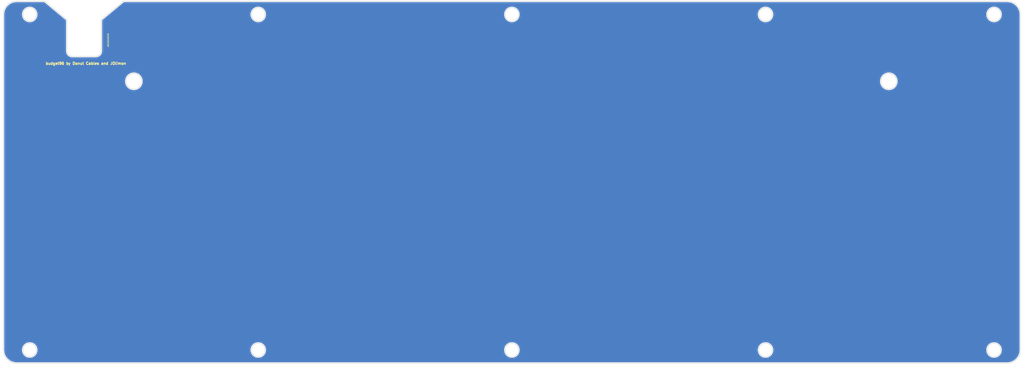
<source format=kicad_pcb>
(kicad_pcb (version 20171130) (host pcbnew "(5.0.0)")
  (layers (0 F.Cu signal) (31 B.Cu signal) (34 B.Paste user) (35 F.Paste user) (36 B.SilkS user) (37 F.SilkS user) (38 B.Mask user) (39 F.Mask user) (44 Edge.Cuts user))
  (net 0 "")
  (net 1 GND)
  (module donutbrary:budget96_bottom_plate (layer F.Cu) (at -25.4 165.1)
    (fp_text reference R1 hide)
    (fp_text value R)
    (fp_line (start 288.4864 -10.8956) (end 288.9744 -11.0471) (layer Edge.Cuts) (width 0.2))
    (fp_line (start 291.6544 -7.0462) (end 291.3369 -6.6614) (layer Edge.Cuts) (width 0.2))
    (fp_line (start 378.3941 -9.5119) (end 378.5456 -9.0239) (layer Edge.Cuts) (width 0.2))
    (fp_line (start 292.0984 -8.4999) (end 292.0456 -7.9759) (layer Edge.Cuts) (width 0.2))
    (fp_line (start 378.5456 -9.0239) (end 378.5984 -8.4999) (layer Edge.Cuts) (width 0.2))
    (fp_line (start 378.1544 -9.9536) (end 378.3941 -9.5119) (layer Edge.Cuts) (width 0.2))
    (fp_line (start 377.4521 -10.6559) (end 377.8369 -10.3384) (layer Edge.Cuts) (width 0.2))
    (fp_line (start 286.9512 -9.0239) (end 287.1027 -9.5119) (layer Edge.Cuts) (width 0.2))
    (fp_line (start 290.0224 -5.9527) (end 289.4984 -5.8999) (layer Edge.Cuts) (width 0.2))
    (fp_line (start 375.9984 -11.0999) (end 376.5224 -11.0471) (layer Edge.Cuts) (width 0.2))
    (fp_line (start 289.4984 -11.0999) (end 289.4984 -11.0999) (layer Edge.Cuts) (width 0.2))
    (fp_line (start 287.6599 -10.3384) (end 288.0447 -10.6559) (layer Edge.Cuts) (width 0.2))
    (fp_line (start 287.1027 -9.5119) (end 287.3424 -9.9536) (layer Edge.Cuts) (width 0.2))
    (fp_line (start 290.5104 -10.8956) (end 290.9521 -10.6559) (layer Edge.Cuts) (width 0.2))
    (fp_line (start 287.3424 -9.9536) (end 287.6599 -10.3384) (layer Edge.Cuts) (width 0.2))
    (fp_line (start 287.6599 -6.6614) (end 287.3424 -7.0462) (layer Edge.Cuts) (width 0.2))
    (fp_line (start 292.0456 -9.0239) (end 292.0984 -8.4999) (layer Edge.Cuts) (width 0.2))
    (fp_line (start 291.8941 -9.5119) (end 292.0456 -9.0239) (layer Edge.Cuts) (width 0.2))
    (fp_line (start 378.1544 -7.0462) (end 377.8369 -6.6614) (layer Edge.Cuts) (width 0.2))
    (fp_line (start 377.0104 -6.1042) (end 376.5224 -5.9527) (layer Edge.Cuts) (width 0.2))
    (fp_line (start 288.0447 -6.3439) (end 287.6599 -6.6614) (layer Edge.Cuts) (width 0.2))
    (fp_line (start 377.4521 -6.3439) (end 377.0104 -6.1042) (layer Edge.Cuts) (width 0.2))
    (fp_line (start 378.5984 -8.4999) (end 378.5456 -7.9759) (layer Edge.Cuts) (width 0.2))
    (fp_line (start 288.0447 -10.6559) (end 288.4864 -10.8956) (layer Edge.Cuts) (width 0.2))
    (fp_line (start 287.3424 -7.0462) (end 287.1027 -7.4879) (layer Edge.Cuts) (width 0.2))
    (fp_line (start 290.9521 -6.3439) (end 290.5104 -6.1042) (layer Edge.Cuts) (width 0.2))
    (fp_line (start 290.5104 -6.1042) (end 290.0224 -5.9527) (layer Edge.Cuts) (width 0.2))
    (fp_line (start 377.8369 -10.3384) (end 378.1544 -9.9536) (layer Edge.Cuts) (width 0.2))
    (fp_line (start 292.0456 -7.9759) (end 291.8941 -7.4879) (layer Edge.Cuts) (width 0.2))
    (fp_line (start 288.9744 -11.0471) (end 289.4984 -11.0999) (layer Edge.Cuts) (width 0.2))
    (fp_line (start 286.8984 -8.4999) (end 286.9512 -9.0239) (layer Edge.Cuts) (width 0.2))
    (fp_line (start 288.4864 -6.1042) (end 288.0447 -6.3439) (layer Edge.Cuts) (width 0.2))
    (fp_line (start 377.8369 -6.6614) (end 377.4521 -6.3439) (layer Edge.Cuts) (width 0.2))
    (fp_line (start 378.3941 -7.4879) (end 378.1544 -7.0462) (layer Edge.Cuts) (width 0.2))
    (fp_line (start 287.1027 -7.4879) (end 286.9512 -7.9759) (layer Edge.Cuts) (width 0.2))
    (fp_line (start 378.5456 -7.9759) (end 378.3941 -7.4879) (layer Edge.Cuts) (width 0.2))
    (fp_line (start 289.4984 -5.8999) (end 288.9744 -5.9527) (layer Edge.Cuts) (width 0.2))
    (fp_line (start 377.0104 -10.8956) (end 377.4521 -10.6559) (layer Edge.Cuts) (width 0.2))
    (fp_line (start 376.5224 -11.0471) (end 377.0104 -10.8956) (layer Edge.Cuts) (width 0.2))
    (fp_line (start 290.9521 -10.6559) (end 291.3369 -10.3384) (layer Edge.Cuts) (width 0.2))
    (fp_line (start 286.9512 -7.9759) (end 286.8984 -8.4999) (layer Edge.Cuts) (width 0.2))
    (fp_line (start 291.8941 -7.4879) (end 291.6544 -7.0462) (layer Edge.Cuts) (width 0.2))
    (fp_line (start 288.9744 -5.9527) (end 288.4864 -6.1042) (layer Edge.Cuts) (width 0.2))
    (fp_line (start 291.6544 -9.9536) (end 291.8941 -9.5119) (layer Edge.Cuts) (width 0.2))
    (fp_line (start 291.3369 -10.3384) (end 291.6544 -9.9536) (layer Edge.Cuts) (width 0.2))
    (fp_line (start 291.3369 -6.6614) (end 290.9521 -6.3439) (layer Edge.Cuts) (width 0.2))
    (fp_line (start 339.103656 -109.621029) (end 339.1613 -110.2063) (layer Edge.Cuts) (width 0.2))
    (fp_line (start 336.746571 -107.263944) (end 337.30935 -107.434661) (layer Edge.Cuts) (width 0.2))
    (fp_line (start 336.746571 -113.148656) (end 336.1613 -113.2063) (layer Edge.Cuts) (width 0.2))
    (fp_line (start 338.655709 -108.539589) (end 338.932939 -109.05825) (layer Edge.Cuts) (width 0.2))
    (fp_line (start 338.28262 -108.08498) (end 338.655709 -108.539589) (layer Edge.Cuts) (width 0.2))
    (fp_line (start 339.103656 -110.791571) (end 338.932939 -111.35435) (layer Edge.Cuts) (width 0.2))
    (fp_line (start 337.30935 -112.977939) (end 336.746571 -113.148656) (layer Edge.Cuts) (width 0.2))
    (fp_line (start 338.655709 -111.873011) (end 338.28262 -112.32762) (layer Edge.Cuts) (width 0.2))
    (fp_line (start 339.1613 -110.2063) (end 339.103656 -110.791571) (layer Edge.Cuts) (width 0.2))
    (fp_line (start 337.828011 -112.700709) (end 337.30935 -112.977939) (layer Edge.Cuts) (width 0.2))
    (fp_line (start 337.828011 -107.711891) (end 338.28262 -108.08498) (layer Edge.Cuts) (width 0.2))
    (fp_line (start 337.30935 -107.434661) (end 337.828011 -107.711891) (layer Edge.Cuts) (width 0.2))
    (fp_line (start 335.576029 -107.263944) (end 336.1613 -107.2063) (layer Edge.Cuts) (width 0.2))
    (fp_line (start 338.932939 -109.05825) (end 339.103656 -109.621029) (layer Edge.Cuts) (width 0.2))
    (fp_line (start 336.1613 -107.2063) (end 336.746571 -107.263944) (layer Edge.Cuts) (width 0.2))
    (fp_line (start 335.01325 -107.434661) (end 335.576029 -107.263944) (layer Edge.Cuts) (width 0.2))
    (fp_line (start 338.28262 -112.32762) (end 337.828011 -112.700709) (layer Edge.Cuts) (width 0.2))
    (fp_line (start 338.932939 -111.35435) (end 338.655709 -111.873011) (layer Edge.Cuts) (width 0.2))
    (fp_line (start 334.494589 -107.711891) (end 335.01325 -107.434661) (layer Edge.Cuts) (width 0.2))
    (fp_line (start 334.03998 -108.08498) (end 334.494589 -107.711891) (layer Edge.Cuts) (width 0.2))
    (fp_line (start 333.389661 -109.05825) (end 333.666891 -108.539589) (layer Edge.Cuts) (width 0.2))
    (fp_line (start 333.389661 -111.35435) (end 333.218944 -110.791571) (layer Edge.Cuts) (width 0.2))
    (fp_line (start 334.03998 -112.32762) (end 333.666891 -111.873011) (layer Edge.Cuts) (width 0.2))
    (fp_line (start 335.01325 -112.977939) (end 334.494589 -112.700709) (layer Edge.Cuts) (width 0.2))
    (fp_line (start 336.1613 -113.2063) (end 335.576029 -113.148656) (layer Edge.Cuts) (width 0.2))
    (fp_line (start 50.996571 -113.148656) (end 50.4113 -113.2063) (layer Edge.Cuts) (width 0.2))
    (fp_line (start 52.078011 -112.700709) (end 51.55935 -112.977939) (layer Edge.Cuts) (width 0.2))
    (fp_line (start 53.182939 -111.35435) (end 52.905709 -111.873011) (layer Edge.Cuts) (width 0.2))
    (fp_line (start 53.353656 -110.791571) (end 53.182939 -111.35435) (layer Edge.Cuts) (width 0.2))
    (fp_line (start 53.4113 -110.2063) (end 53.353656 -110.791571) (layer Edge.Cuts) (width 0.2))
    (fp_line (start 53.182939 -109.05825) (end 53.353656 -109.621029) (layer Edge.Cuts) (width 0.2))
    (fp_line (start 49.826029 -107.263944) (end 50.4113 -107.2063) (layer Edge.Cuts) (width 0.2))
    (fp_line (start 52.53262 -108.08498) (end 52.905709 -108.539589) (layer Edge.Cuts) (width 0.2))
    (fp_line (start 52.078011 -107.711891) (end 52.53262 -108.08498) (layer Edge.Cuts) (width 0.2))
    (fp_line (start 49.26325 -112.977939) (end 48.744589 -112.700709) (layer Edge.Cuts) (width 0.2))
    (fp_line (start 51.55935 -107.434661) (end 52.078011 -107.711891) (layer Edge.Cuts) (width 0.2))
    (fp_line (start 47.639661 -109.05825) (end 47.916891 -108.539589) (layer Edge.Cuts) (width 0.2))
    (fp_line (start 375.4744 -11.0471) (end 375.9984 -11.0999) (layer Edge.Cuts) (width 0.2))
    (fp_line (start 374.5447 -10.6559) (end 374.9864 -10.8956) (layer Edge.Cuts) (width 0.2))
    (fp_line (start 50.4113 -113.2063) (end 49.826029 -113.148656) (layer Edge.Cuts) (width 0.2))
    (fp_line (start 373.4512 -9.0239) (end 373.6027 -9.5119) (layer Edge.Cuts) (width 0.2))
    (fp_line (start 373.6027 -7.4879) (end 373.4512 -7.9759) (layer Edge.Cuts) (width 0.2))
    (fp_line (start 376.5224 -5.9527) (end 375.9984 -5.8999) (layer Edge.Cuts) (width 0.2))
    (fp_line (start 373.3984 -8.4999) (end 373.4512 -9.0239) (layer Edge.Cuts) (width 0.2))
    (fp_line (start 374.9864 -6.1042) (end 374.5447 -6.3439) (layer Edge.Cuts) (width 0.2))
    (fp_line (start 49.26325 -107.434661) (end 49.826029 -107.263944) (layer Edge.Cuts) (width 0.2))
    (fp_line (start 48.744589 -107.711891) (end 49.26325 -107.434661) (layer Edge.Cuts) (width 0.2))
    (fp_line (start 48.28998 -112.32762) (end 47.916891 -111.873011) (layer Edge.Cuts) (width 0.2))
    (fp_line (start 373.4512 -7.9759) (end 373.3984 -8.4999) (layer Edge.Cuts) (width 0.2))
    (fp_line (start 48.28998 -108.08498) (end 48.744589 -107.711891) (layer Edge.Cuts) (width 0.2))
    (fp_line (start 47.916891 -108.539589) (end 48.28998 -108.08498) (layer Edge.Cuts) (width 0.2))
    (fp_line (start 47.468944 -109.621029) (end 47.639661 -109.05825) (layer Edge.Cuts) (width 0.2))
    (fp_line (start 374.1599 -10.3384) (end 374.5447 -10.6559) (layer Edge.Cuts) (width 0.2))
    (fp_line (start 375.9984 -11.0999) (end 375.9984 -11.0999) (layer Edge.Cuts) (width 0.2))
    (fp_line (start 375.9984 -5.8999) (end 375.4744 -5.9527) (layer Edge.Cuts) (width 0.2))
    (fp_line (start 374.5447 -6.3439) (end 374.1599 -6.6614) (layer Edge.Cuts) (width 0.2))
    (fp_line (start 47.639661 -111.35435) (end 47.468944 -110.791571) (layer Edge.Cuts) (width 0.2))
    (fp_line (start 48.744589 -112.700709) (end 48.28998 -112.32762) (layer Edge.Cuts) (width 0.2))
    (fp_line (start 374.1599 -6.6614) (end 373.8424 -7.0462) (layer Edge.Cuts) (width 0.2))
    (fp_line (start 373.8424 -9.9536) (end 374.1599 -10.3384) (layer Edge.Cuts) (width 0.2))
    (fp_line (start 333.218944 -109.621029) (end 333.389661 -109.05825) (layer Edge.Cuts) (width 0.2))
    (fp_line (start 335.576029 -113.148656) (end 335.01325 -112.977939) (layer Edge.Cuts) (width 0.2))
    (fp_line (start 374.9864 -10.8956) (end 375.4744 -11.0471) (layer Edge.Cuts) (width 0.2))
    (fp_line (start 52.905709 -111.873011) (end 52.53262 -112.32762) (layer Edge.Cuts) (width 0.2))
    (fp_line (start 50.4113 -107.2063) (end 50.996571 -107.263944) (layer Edge.Cuts) (width 0.2))
    (fp_line (start 333.1613 -110.2063) (end 333.218944 -109.621029) (layer Edge.Cuts) (width 0.2))
    (fp_line (start 53.353656 -109.621029) (end 53.4113 -110.2063) (layer Edge.Cuts) (width 0.2))
    (fp_line (start 333.666891 -108.539589) (end 334.03998 -108.08498) (layer Edge.Cuts) (width 0.2))
    (fp_line (start 333.218944 -110.791571) (end 333.1613 -110.2063) (layer Edge.Cuts) (width 0.2))
    (fp_line (start 333.666891 -111.873011) (end 333.389661 -111.35435) (layer Edge.Cuts) (width 0.2))
    (fp_line (start 334.494589 -112.700709) (end 334.03998 -112.32762) (layer Edge.Cuts) (width 0.2))
    (fp_line (start 373.6027 -9.5119) (end 373.8424 -9.9536) (layer Edge.Cuts) (width 0.2))
    (fp_line (start 49.826029 -113.148656) (end 49.26325 -112.977939) (layer Edge.Cuts) (width 0.2))
    (fp_line (start 51.55935 -112.977939) (end 50.996571 -113.148656) (layer Edge.Cuts) (width 0.2))
    (fp_line (start 52.53262 -112.32762) (end 52.078011 -112.700709) (layer Edge.Cuts) (width 0.2))
    (fp_line (start 47.4113 -110.2063) (end 47.468944 -109.621029) (layer Edge.Cuts) (width 0.2))
    (fp_line (start 50.996571 -107.263944) (end 51.55935 -107.434661) (layer Edge.Cuts) (width 0.2))
    (fp_line (start 373.8424 -7.0462) (end 373.6027 -7.4879) (layer Edge.Cuts) (width 0.2))
    (fp_line (start 52.905709 -108.539589) (end 53.182939 -109.05825) (layer Edge.Cuts) (width 0.2))
    (fp_line (start 47.916891 -111.873011) (end 47.639661 -111.35435) (layer Edge.Cuts) (width 0.2))
    (fp_line (start 47.468944 -110.791571) (end 47.4113 -110.2063) (layer Edge.Cuts) (width 0.2))
    (fp_line (start 375.4744 -5.9527) (end 374.9864 -6.1042) (layer Edge.Cuts) (width 0.2))
    (fp_line (start 25.0729 -121.6255) (end 25.1137 -121.2233) (layer Edge.Cuts) (width 0.2))
    (fp_line (start 25.0729 -133.4914) (end 25.0729 -121.6255) (layer Edge.Cuts) (width 0.2))
    (fp_line (start 16.6458 -140.5) (end 25.0729 -133.4914) (layer Edge.Cuts) (width 0.2))
    (fp_line (start 192.0447 -10.6559) (end 192.4864 -10.8956) (layer Edge.Cuts) (width 0.2))
    (fp_line (start 195.3369 -6.6614) (end 194.9521 -6.3439) (layer Edge.Cuts) (width 0.2))
    (fp_line (start 195.6544 -7.0462) (end 195.3369 -6.6614) (layer Edge.Cuts) (width 0.2))
    (fp_line (start 191.3424 -9.9536) (end 191.6599 -10.3384) (layer Edge.Cuts) (width 0.2))
    (fp_line (start 190.9512 -9.0239) (end 191.1027 -9.5119) (layer Edge.Cuts) (width 0.2))
    (fp_line (start 190.8984 -8.4999) (end 190.9512 -9.0239) (layer Edge.Cuts) (width 0.2))
    (fp_line (start 190.9512 -7.9759) (end 190.8984 -8.4999) (layer Edge.Cuts) (width 0.2))
    (fp_line (start 191.1027 -7.4879) (end 190.9512 -7.9759) (layer Edge.Cuts) (width 0.2))
    (fp_line (start 193.4984 -5.8999) (end 192.9744 -5.9527) (layer Edge.Cuts) (width 0.2))
    (fp_line (start 194.0224 -11.0471) (end 194.5104 -10.8956) (layer Edge.Cuts) (width 0.2))
    (fp_line (start 94.9513 -9.0239) (end 95.1028 -9.5119) (layer Edge.Cuts) (width 0.2))
    (fp_line (start 192.9744 -5.9527) (end 192.4864 -6.1042) (layer Edge.Cuts) (width 0.2))
    (fp_line (start 195.8941 -7.4879) (end 195.6544 -7.0462) (layer Edge.Cuts) (width 0.2))
    (fp_line (start 195.6544 -9.9536) (end 195.8941 -9.5119) (layer Edge.Cuts) (width 0.2))
    (fp_line (start 195.3369 -10.3384) (end 195.6544 -9.9536) (layer Edge.Cuts) (width 0.2))
    (fp_line (start 192.0447 -6.3439) (end 191.6599 -6.6614) (layer Edge.Cuts) (width 0.2))
    (fp_line (start 191.3424 -7.0462) (end 191.1027 -7.4879) (layer Edge.Cuts) (width 0.2))
    (fp_line (start 191.6599 -6.6614) (end 191.3424 -7.0462) (layer Edge.Cuts) (width 0.2))
    (fp_line (start 194.9521 -6.3439) (end 194.5104 -6.1042) (layer Edge.Cuts) (width 0.2))
    (fp_line (start 96.4865 -10.8956) (end 96.9745 -11.0471) (layer Edge.Cuts) (width 0.2))
    (fp_line (start 194.0224 -5.9527) (end 193.4984 -5.8999) (layer Edge.Cuts) (width 0.2))
    (fp_line (start 196.0456 -7.9759) (end 195.8941 -7.4879) (layer Edge.Cuts) (width 0.2))
    (fp_line (start 194.5104 -10.8956) (end 194.9521 -10.6559) (layer Edge.Cuts) (width 0.2))
    (fp_line (start 96.0448 -10.6559) (end 96.4865 -10.8956) (layer Edge.Cuts) (width 0.2))
    (fp_line (start 194.9521 -10.6559) (end 195.3369 -10.3384) (layer Edge.Cuts) (width 0.2))
    (fp_line (start 193.4984 -11.0999) (end 194.0224 -11.0471) (layer Edge.Cuts) (width 0.2))
    (fp_line (start 96.9745 -11.0471) (end 97.4985 -11.0999) (layer Edge.Cuts) (width 0.2))
    (fp_line (start 94.9513 -7.9759) (end 94.8985 -8.4999) (layer Edge.Cuts) (width 0.2))
    (fp_line (start 94.8985 -8.4999) (end 94.9513 -9.0239) (layer Edge.Cuts) (width 0.2))
    (fp_line (start 196.0456 -9.0239) (end 196.0984 -8.4999) (layer Edge.Cuts) (width 0.2))
    (fp_line (start 193.4984 -11.0999) (end 193.4984 -11.0999) (layer Edge.Cuts) (width 0.2))
    (fp_line (start 290.0224 -11.0471) (end 290.5104 -10.8956) (layer Edge.Cuts) (width 0.2))
    (fp_line (start 192.4864 -6.1042) (end 192.0447 -6.3439) (layer Edge.Cuts) (width 0.2))
    (fp_line (start 289.4984 -11.0999) (end 290.0224 -11.0471) (layer Edge.Cuts) (width 0.2))
    (fp_line (start 95.66 -10.3384) (end 96.0448 -10.6559) (layer Edge.Cuts) (width 0.2))
    (fp_line (start 194.5104 -6.1042) (end 194.0224 -5.9527) (layer Edge.Cuts) (width 0.2))
    (fp_line (start 192.9744 -11.0471) (end 193.4984 -11.0999) (layer Edge.Cuts) (width 0.2))
    (fp_line (start 97.4985 -11.0999) (end 97.4985 -11.0999) (layer Edge.Cuts) (width 0.2))
    (fp_line (start 95.1028 -9.5119) (end 95.3425 -9.9536) (layer Edge.Cuts) (width 0.2))
    (fp_line (start 192.4864 -10.8956) (end 192.9744 -11.0471) (layer Edge.Cuts) (width 0.2))
    (fp_line (start 191.6599 -10.3384) (end 192.0447 -10.6559) (layer Edge.Cuts) (width 0.2))
    (fp_line (start 196.0984 -8.4999) (end 196.0456 -7.9759) (layer Edge.Cuts) (width 0.2))
    (fp_line (start 191.1027 -9.5119) (end 191.3424 -9.9536) (layer Edge.Cuts) (width 0.2))
    (fp_line (start 195.8941 -9.5119) (end 196.0456 -9.0239) (layer Edge.Cuts) (width 0.2))
    (fp_line (start 95.3425 -9.9536) (end 95.66 -10.3384) (layer Edge.Cuts) (width 0.2))
    (fp_line (start 95.1028 -7.4879) (end 94.9513 -7.9759) (layer Edge.Cuts) (width 0.2))
    (fp_line (start 10.9984 -5.8999) (end 10.4744 -5.9527) (layer Edge.Cuts) (width 0.2))
    (fp_line (start 96.4865 -6.1042) (end 96.0448 -6.3439) (layer Edge.Cuts) (width 0.2))
    (fp_line (start 100.0457 -9.0239) (end 100.0985 -8.4999) (layer Edge.Cuts) (width 0.2))
    (fp_line (start 98.0225 -11.0471) (end 98.5105 -10.8956) (layer Edge.Cuts) (width 0.2))
    (fp_line (start 8.6027 -7.4879) (end 8.4512 -7.9759) (layer Edge.Cuts) (width 0.2))
    (fp_line (start 8.8424 -7.0462) (end 8.6027 -7.4879) (layer Edge.Cuts) (width 0.2))
    (fp_line (start 96.9745 -5.9527) (end 96.4865 -6.1042) (layer Edge.Cuts) (width 0.2))
    (fp_line (start 98.9522 -6.3439) (end 98.5105 -6.1042) (layer Edge.Cuts) (width 0.2))
    (fp_line (start 99.6545 -7.0462) (end 99.337 -6.6614) (layer Edge.Cuts) (width 0.2))
    (fp_line (start 100.0985 -8.4999) (end 100.0457 -7.9759) (layer Edge.Cuts) (width 0.2))
    (fp_line (start 10.9984 -11.0999) (end 10.9984 -11.0999) (layer Edge.Cuts) (width 0.2))
    (fp_line (start 13.1544 -7.0462) (end 12.8369 -6.6614) (layer Edge.Cuts) (width 0.2))
    (fp_line (start 8.6027 -9.5119) (end 8.8424 -9.9536) (layer Edge.Cuts) (width 0.2))
    (fp_line (start 99.8942 -9.5119) (end 100.0457 -9.0239) (layer Edge.Cuts) (width 0.2))
    (fp_line (start 8.8424 -9.9536) (end 9.1599 -10.3384) (layer Edge.Cuts) (width 0.2))
    (fp_line (start 11.5224 -5.9527) (end 10.9984 -5.8999) (layer Edge.Cuts) (width 0.2))
    (fp_line (start 12.0104 -6.1042) (end 11.5224 -5.9527) (layer Edge.Cuts) (width 0.2))
    (fp_line (start 9.1599 -6.6614) (end 8.8424 -7.0462) (layer Edge.Cuts) (width 0.2))
    (fp_line (start 9.5447 -10.6559) (end 9.9864 -10.8956) (layer Edge.Cuts) (width 0.2))
    (fp_line (start 97.4985 -11.0999) (end 98.0225 -11.0471) (layer Edge.Cuts) (width 0.2))
    (fp_line (start 9.9864 -10.8956) (end 10.4744 -11.0471) (layer Edge.Cuts) (width 0.2))
    (fp_line (start 8.4512 -7.9759) (end 8.3984 -8.4999) (layer Edge.Cuts) (width 0.2))
    (fp_line (start 99.6545 -9.9536) (end 99.8942 -9.5119) (layer Edge.Cuts) (width 0.2))
    (fp_line (start 8.4512 -9.0239) (end 8.6027 -9.5119) (layer Edge.Cuts) (width 0.2))
    (fp_line (start 9.5447 -6.3439) (end 9.1599 -6.6614) (layer Edge.Cuts) (width 0.2))
    (fp_line (start 12.8369 -6.6614) (end 12.4521 -6.3439) (layer Edge.Cuts) (width 0.2))
    (fp_line (start 12.4521 -6.3439) (end 12.0104 -6.1042) (layer Edge.Cuts) (width 0.2))
    (fp_line (start 13.3941 -7.4879) (end 13.1544 -7.0462) (layer Edge.Cuts) (width 0.2))
    (fp_line (start 95.3425 -7.0462) (end 95.1028 -7.4879) (layer Edge.Cuts) (width 0.2))
    (fp_line (start 99.337 -6.6614) (end 98.9522 -6.3439) (layer Edge.Cuts) (width 0.2))
    (fp_line (start 99.337 -10.3384) (end 99.6545 -9.9536) (layer Edge.Cuts) (width 0.2))
    (fp_line (start 10.4744 -11.0471) (end 10.9984 -11.0999) (layer Edge.Cuts) (width 0.2))
    (fp_line (start 10.4744 -5.9527) (end 9.9864 -6.1042) (layer Edge.Cuts) (width 0.2))
    (fp_line (start 98.9522 -10.6559) (end 99.337 -10.3384) (layer Edge.Cuts) (width 0.2))
    (fp_line (start 98.5105 -10.8956) (end 98.9522 -10.6559) (layer Edge.Cuts) (width 0.2))
    (fp_line (start 9.1599 -10.3384) (end 9.5447 -10.6559) (layer Edge.Cuts) (width 0.2))
    (fp_line (start 98.5105 -6.1042) (end 98.0225 -5.9527) (layer Edge.Cuts) (width 0.2))
    (fp_line (start 99.8942 -7.4879) (end 99.6545 -7.0462) (layer Edge.Cuts) (width 0.2))
    (fp_line (start 8.3984 -8.4999) (end 8.4512 -9.0239) (layer Edge.Cuts) (width 0.2))
    (fp_line (start 100.0457 -7.9759) (end 99.8942 -7.4879) (layer Edge.Cuts) (width 0.2))
    (fp_line (start 95.66 -6.6614) (end 95.3425 -7.0462) (layer Edge.Cuts) (width 0.2))
    (fp_line (start 97.4985 -5.8999) (end 96.9745 -5.9527) (layer Edge.Cuts) (width 0.2))
    (fp_line (start 13.5456 -7.9759) (end 13.3941 -7.4879) (layer Edge.Cuts) (width 0.2))
    (fp_line (start 98.0225 -5.9527) (end 97.4985 -5.8999) (layer Edge.Cuts) (width 0.2))
    (fp_line (start 9.9864 -6.1042) (end 9.5447 -6.3439) (layer Edge.Cuts) (width 0.2))
    (fp_line (start 96.0448 -6.3439) (end 95.66 -6.6614) (layer Edge.Cuts) (width 0.2))
    (fp_line (start 13.3941 -136.5119) (end 13.5456 -136.0239) (layer Edge.Cuts) (width 0.2))
    (fp_line (start 12.8369 -133.6614) (end 12.4521 -133.3439) (layer Edge.Cuts) (width 0.2))
    (fp_line (start 13.5984 -135.4999) (end 13.5456 -134.9759) (layer Edge.Cuts) (width 0.2))
    (fp_line (start 13.5456 -134.9759) (end 13.3941 -134.4879) (layer Edge.Cuts) (width 0.2))
    (fp_line (start 5.9983 -140.5) (end 16.6458 -140.5) (layer Edge.Cuts) (width 0.2))
    (fp_line (start 1.3924 -137.443) (end 1.8543 -138.2922) (layer Edge.Cuts) (width 0.2))
    (fp_line (start 12.0104 -137.8956) (end 12.4521 -137.6559) (layer Edge.Cuts) (width 0.2))
    (fp_line (start 1.8543 -138.2922) (end 2.4657 -139.0327) (layer Edge.Cuts) (width 0.2))
    (fp_line (start 11.5224 -138.0471) (end 12.0104 -137.8956) (layer Edge.Cuts) (width 0.2))
    (fp_line (start 13.3941 -134.4879) (end 13.1544 -134.0462) (layer Edge.Cuts) (width 0.2))
    (fp_line (start 12.8369 -137.3384) (end 13.1544 -136.9536) (layer Edge.Cuts) (width 0.2))
    (fp_line (start 1.1003 -136.5055) (end 1.3924 -137.443) (layer Edge.Cuts) (width 0.2))
    (fp_line (start 2.4657 -139.0327) (end 3.2061 -139.6441) (layer Edge.Cuts) (width 0.2))
    (fp_line (start 13.1544 -136.9536) (end 13.3941 -136.5119) (layer Edge.Cuts) (width 0.2))
    (fp_line (start 3.2061 -139.6441) (end 4.0553 -140.106) (layer Edge.Cuts) (width 0.2))
    (fp_line (start 12.4521 -137.6559) (end 12.8369 -137.3384) (layer Edge.Cuts) (width 0.2))
    (fp_line (start 16.6458 -140.5) (end 16.6458 -140.5) (layer Edge.Cuts) (width 0.2))
    (fp_line (start 13.5456 -136.0239) (end 13.5984 -135.4999) (layer Edge.Cuts) (width 0.2))
    (fp_line (start 4.0553 -140.106) (end 4.9928 -140.3981) (layer Edge.Cuts) (width 0.2))
    (fp_line (start 0.9984 -135.5) (end 1.1003 -136.5055) (layer Edge.Cuts) (width 0.2))
    (fp_line (start 10.9984 -138.0999) (end 11.5224 -138.0471) (layer Edge.Cuts) (width 0.2))
    (fp_line (start 13.1544 -134.0462) (end 12.8369 -133.6614) (layer Edge.Cuts) (width 0.2))
    (fp_line (start 4.9928 -140.3981) (end 5.9983 -140.5) (layer Edge.Cuts) (width 0.2))
    (fp_line (start 4.0553 -3.894) (end 3.2061 -4.3559) (layer Edge.Cuts) (width 0.2))
    (fp_line (start 384.5311 -4.9673) (end 383.7907 -4.3559) (layer Edge.Cuts) (width 0.2))
    (fp_line (start 1.8543 -5.7078) (end 1.3924 -6.557) (layer Edge.Cuts) (width 0.2))
    (fp_line (start 385.8965 -136.5055) (end 385.9984 -135.5) (layer Edge.Cuts) (width 0.2))
    (fp_line (start 2.4657 -4.9673) (end 1.8543 -5.7078) (layer Edge.Cuts) (width 0.2))
    (fp_line (start 0.9984 -8.5) (end 0.9984 -135.5) (layer Edge.Cuts) (width 0.2))
    (fp_line (start 3.2061 -4.3559) (end 2.4657 -4.9673) (layer Edge.Cuts) (width 0.2))
    (fp_line (start 4.9928 -3.6019) (end 4.0553 -3.894) (layer Edge.Cuts) (width 0.2))
    (fp_line (start 5.9983 -3.5) (end 4.9928 -3.6019) (layer Edge.Cuts) (width 0.2))
    (fp_line (start 385.8965 -7.4945) (end 385.6044 -6.557) (layer Edge.Cuts) (width 0.2))
    (fp_line (start 382.004 -3.6019) (end 380.9985 -3.5) (layer Edge.Cuts) (width 0.2))
    (fp_line (start 380.9985 -3.5) (end 5.9983 -3.5) (layer Edge.Cuts) (width 0.2))
    (fp_line (start 385.6044 -6.557) (end 385.1425 -5.7078) (layer Edge.Cuts) (width 0.2))
    (fp_line (start 383.7907 -4.3559) (end 382.9415 -3.894) (layer Edge.Cuts) (width 0.2))
    (fp_line (start 385.9984 -135.5) (end 385.9984 -8.5) (layer Edge.Cuts) (width 0.2))
    (fp_line (start 385.6044 -137.443) (end 385.8965 -136.5055) (layer Edge.Cuts) (width 0.2))
    (fp_line (start 382.9415 -3.894) (end 382.004 -3.6019) (layer Edge.Cuts) (width 0.2))
    (fp_line (start 385.1425 -5.7078) (end 384.5311 -4.9673) (layer Edge.Cuts) (width 0.2))
    (fp_line (start 385.9984 -8.5) (end 385.8965 -7.4945) (layer Edge.Cuts) (width 0.2))
    (fp_line (start 384.5311 -139.0327) (end 385.1425 -138.2922) (layer Edge.Cuts) (width 0.2))
    (fp_line (start 385.1425 -138.2922) (end 385.6044 -137.443) (layer Edge.Cuts) (width 0.2))
    (fp_line (start 1.1003 -7.4945) (end 0.9984 -8.5) (layer Edge.Cuts) (width 0.2))
    (fp_line (start 1.3924 -6.557) (end 1.1003 -7.4945) (layer Edge.Cuts) (width 0.2))
    (fp_line (start 99.8942 -134.4879) (end 99.6545 -134.0462) (layer Edge.Cuts) (width 0.2))
    (fp_line (start 100.0985 -135.4999) (end 100.0457 -134.9759) (layer Edge.Cuts) (width 0.2))
    (fp_line (start 100.0457 -136.0239) (end 100.0985 -135.4999) (layer Edge.Cuts) (width 0.2))
    (fp_line (start 98.5105 -133.1042) (end 98.0225 -132.9527) (layer Edge.Cuts) (width 0.2))
    (fp_line (start 99.8942 -136.5119) (end 100.0457 -136.0239) (layer Edge.Cuts) (width 0.2))
    (fp_line (start 100.0457 -134.9759) (end 99.8942 -134.4879) (layer Edge.Cuts) (width 0.2))
    (fp_line (start 99.6545 -136.9536) (end 99.8942 -136.5119) (layer Edge.Cuts) (width 0.2))
    (fp_line (start 95.3425 -134.0462) (end 95.1028 -134.4879) (layer Edge.Cuts) (width 0.2))
    (fp_line (start 98.9522 -137.6559) (end 99.337 -137.3384) (layer Edge.Cuts) (width 0.2))
    (fp_line (start 97.4985 -132.8999) (end 96.9745 -132.9527) (layer Edge.Cuts) (width 0.2))
    (fp_line (start 98.9522 -133.3439) (end 98.5105 -133.1042) (layer Edge.Cuts) (width 0.2))
    (fp_line (start 94.9513 -136.0239) (end 95.1028 -136.5119) (layer Edge.Cuts) (width 0.2))
    (fp_line (start 96.9745 -132.9527) (end 96.4865 -133.1042) (layer Edge.Cuts) (width 0.2))
    (fp_line (start 94.8985 -135.4999) (end 94.9513 -136.0239) (layer Edge.Cuts) (width 0.2))
    (fp_line (start 94.9513 -134.9759) (end 94.8985 -135.4999) (layer Edge.Cuts) (width 0.2))
    (fp_line (start 95.1028 -134.4879) (end 94.9513 -134.9759) (layer Edge.Cuts) (width 0.2))
    (fp_line (start 95.66 -133.6614) (end 95.3425 -134.0462) (layer Edge.Cuts) (width 0.2))
    (fp_line (start 96.4865 -133.1042) (end 96.0448 -133.3439) (layer Edge.Cuts) (width 0.2))
    (fp_line (start 99.337 -133.6614) (end 98.9522 -133.3439) (layer Edge.Cuts) (width 0.2))
    (fp_line (start 99.337 -137.3384) (end 99.6545 -136.9536) (layer Edge.Cuts) (width 0.2))
    (fp_line (start 96.0448 -133.3439) (end 95.66 -133.6614) (layer Edge.Cuts) (width 0.2))
    (fp_line (start 98.0225 -132.9527) (end 97.4985 -132.8999) (layer Edge.Cuts) (width 0.2))
    (fp_line (start 99.6545 -134.0462) (end 99.337 -133.6614) (layer Edge.Cuts) (width 0.2))
    (fp_line (start 191.6599 -137.3384) (end 192.0447 -137.6559) (layer Edge.Cuts) (width 0.2))
    (fp_line (start 191.1027 -134.4879) (end 190.9512 -134.9759) (layer Edge.Cuts) (width 0.2))
    (fp_line (start 290.9521 -137.6559) (end 291.3369 -137.3384) (layer Edge.Cuts) (width 0.2))
    (fp_line (start 192.0447 -133.3439) (end 191.6599 -133.6614) (layer Edge.Cuts) (width 0.2))
    (fp_line (start 291.3369 -137.3384) (end 291.6544 -136.9536) (layer Edge.Cuts) (width 0.2))
    (fp_line (start 192.0447 -137.6559) (end 192.4864 -137.8956) (layer Edge.Cuts) (width 0.2))
    (fp_line (start 191.6599 -133.6614) (end 191.3424 -134.0462) (layer Edge.Cuts) (width 0.2))
    (fp_line (start 290.5104 -137.8956) (end 290.9521 -137.6559) (layer Edge.Cuts) (width 0.2))
    (fp_line (start 193.4984 -138.0999) (end 193.4984 -138.0999) (layer Edge.Cuts) (width 0.2))
    (fp_line (start 191.3424 -134.0462) (end 191.1027 -134.4879) (layer Edge.Cuts) (width 0.2))
    (fp_line (start 191.3424 -136.9536) (end 191.6599 -137.3384) (layer Edge.Cuts) (width 0.2))
    (fp_line (start 191.1027 -136.5119) (end 191.3424 -136.9536) (layer Edge.Cuts) (width 0.2))
    (fp_line (start 290.0224 -138.0471) (end 290.5104 -137.8956) (layer Edge.Cuts) (width 0.2))
    (fp_line (start 192.9744 -138.0471) (end 193.4984 -138.0999) (layer Edge.Cuts) (width 0.2))
    (fp_line (start 190.9512 -136.0239) (end 191.1027 -136.5119) (layer Edge.Cuts) (width 0.2))
    (fp_line (start 190.8984 -135.4999) (end 190.9512 -136.0239) (layer Edge.Cuts) (width 0.2))
    (fp_line (start 190.9512 -134.9759) (end 190.8984 -135.4999) (layer Edge.Cuts) (width 0.2))
    (fp_line (start 192.4864 -133.1042) (end 192.0447 -133.3439) (layer Edge.Cuts) (width 0.2))
    (fp_line (start 192.4864 -137.8956) (end 192.9744 -138.0471) (layer Edge.Cuts) (width 0.2))
    (fp_line (start 291.6544 -136.9536) (end 291.8941 -136.5119) (layer Edge.Cuts) (width 0.2))
    (fp_line (start 192.9744 -132.9527) (end 192.4864 -133.1042) (layer Edge.Cuts) (width 0.2))
    (fp_line (start 289.4984 -138.0999) (end 290.0224 -138.0471) (layer Edge.Cuts) (width 0.2))
    (fp_line (start 193.4984 -132.8999) (end 192.9744 -132.9527) (layer Edge.Cuts) (width 0.2))
    (fp_line (start 195.3369 -133.6614) (end 194.9521 -133.3439) (layer Edge.Cuts) (width 0.2))
    (fp_line (start 195.8941 -134.4879) (end 195.6544 -134.0462) (layer Edge.Cuts) (width 0.2))
    (fp_line (start 194.5104 -137.8956) (end 194.9521 -137.6559) (layer Edge.Cuts) (width 0.2))
    (fp_line (start 195.8941 -136.5119) (end 196.0456 -136.0239) (layer Edge.Cuts) (width 0.2))
    (fp_line (start 195.6544 -136.9536) (end 195.8941 -136.5119) (layer Edge.Cuts) (width 0.2))
    (fp_line (start 194.0224 -138.0471) (end 194.5104 -137.8956) (layer Edge.Cuts) (width 0.2))
    (fp_line (start 96.0448 -137.6559) (end 96.4865 -137.8956) (layer Edge.Cuts) (width 0.2))
    (fp_line (start 95.3425 -136.9536) (end 95.66 -137.3384) (layer Edge.Cuts) (width 0.2))
    (fp_line (start 195.6544 -134.0462) (end 195.3369 -133.6614) (layer Edge.Cuts) (width 0.2))
    (fp_line (start 196.0456 -136.0239) (end 196.0984 -135.4999) (layer Edge.Cuts) (width 0.2))
    (fp_line (start 195.3369 -137.3384) (end 195.6544 -136.9536) (layer Edge.Cuts) (width 0.2))
    (fp_line (start 97.4985 -138.0999) (end 97.4985 -138.0999) (layer Edge.Cuts) (width 0.2))
    (fp_line (start 95.1028 -136.5119) (end 95.3425 -136.9536) (layer Edge.Cuts) (width 0.2))
    (fp_line (start 194.5104 -133.1042) (end 194.0224 -132.9527) (layer Edge.Cuts) (width 0.2))
    (fp_line (start 194.9521 -133.3439) (end 194.5104 -133.1042) (layer Edge.Cuts) (width 0.2))
    (fp_line (start 193.4984 -138.0999) (end 194.0224 -138.0471) (layer Edge.Cuts) (width 0.2))
    (fp_line (start 96.9745 -138.0471) (end 97.4985 -138.0999) (layer Edge.Cuts) (width 0.2))
    (fp_line (start 196.0456 -134.9759) (end 195.8941 -134.4879) (layer Edge.Cuts) (width 0.2))
    (fp_line (start 196.0984 -135.4999) (end 196.0456 -134.9759) (layer Edge.Cuts) (width 0.2))
    (fp_line (start 194.9521 -137.6559) (end 195.3369 -137.3384) (layer Edge.Cuts) (width 0.2))
    (fp_line (start 95.66 -137.3384) (end 96.0448 -137.6559) (layer Edge.Cuts) (width 0.2))
    (fp_line (start 194.0224 -132.9527) (end 193.4984 -132.8999) (layer Edge.Cuts) (width 0.2))
    (fp_line (start 96.4865 -137.8956) (end 96.9745 -138.0471) (layer Edge.Cuts) (width 0.2))
    (fp_line (start 9.9864 -137.8956) (end 10.4744 -138.0471) (layer Edge.Cuts) (width 0.2))
    (fp_line (start 10.9984 -138.0999) (end 10.9984 -138.0999) (layer Edge.Cuts) (width 0.2))
    (fp_line (start 10.4744 -138.0471) (end 10.9984 -138.0999) (layer Edge.Cuts) (width 0.2))
    (fp_line (start 12.4521 -133.3439) (end 12.0104 -133.1042) (layer Edge.Cuts) (width 0.2))
    (fp_line (start 9.1599 -137.3384) (end 9.5447 -137.6559) (layer Edge.Cuts) (width 0.2))
    (fp_line (start 8.8424 -134.0462) (end 8.6027 -134.4879) (layer Edge.Cuts) (width 0.2))
    (fp_line (start 10.9984 -132.8999) (end 10.4744 -132.9527) (layer Edge.Cuts) (width 0.2))
    (fp_line (start 10.4744 -132.9527) (end 9.9864 -133.1042) (layer Edge.Cuts) (width 0.2))
    (fp_line (start 97.4985 -138.0999) (end 98.0225 -138.0471) (layer Edge.Cuts) (width 0.2))
    (fp_line (start 8.8424 -136.9536) (end 9.1599 -137.3384) (layer Edge.Cuts) (width 0.2))
    (fp_line (start 8.6027 -134.4879) (end 8.4512 -134.9759) (layer Edge.Cuts) (width 0.2))
    (fp_line (start 8.4512 -134.9759) (end 8.3984 -135.4999) (layer Edge.Cuts) (width 0.2))
    (fp_line (start 9.9864 -133.1042) (end 9.5447 -133.3439) (layer Edge.Cuts) (width 0.2))
    (fp_line (start 11.5224 -132.9527) (end 10.9984 -132.8999) (layer Edge.Cuts) (width 0.2))
    (fp_line (start 9.5447 -137.6559) (end 9.9864 -137.8956) (layer Edge.Cuts) (width 0.2))
    (fp_line (start 8.6027 -136.5119) (end 8.8424 -136.9536) (layer Edge.Cuts) (width 0.2))
    (fp_line (start 8.4512 -136.0239) (end 8.6027 -136.5119) (layer Edge.Cuts) (width 0.2))
    (fp_line (start 8.3984 -135.4999) (end 8.4512 -136.0239) (layer Edge.Cuts) (width 0.2))
    (fp_line (start 9.1599 -133.6614) (end 8.8424 -134.0462) (layer Edge.Cuts) (width 0.2))
    (fp_line (start 9.5447 -133.3439) (end 9.1599 -133.6614) (layer Edge.Cuts) (width 0.2))
    (fp_line (start 12.0104 -133.1042) (end 11.5224 -132.9527) (layer Edge.Cuts) (width 0.2))
    (fp_line (start 98.5105 -137.8956) (end 98.9522 -137.6559) (layer Edge.Cuts) (width 0.2))
    (fp_line (start 98.0225 -138.0471) (end 98.5105 -137.8956) (layer Edge.Cuts) (width 0.2))
    (fp_line (start 290.5104 -133.1042) (end 290.0224 -132.9527) (layer Edge.Cuts) (width 0.2))
    (fp_line (start 286.9512 -136.0239) (end 287.1027 -136.5119) (layer Edge.Cuts) (width 0.2))
    (fp_line (start 292.0984 -135.4999) (end 292.0456 -134.9759) (layer Edge.Cuts) (width 0.2))
    (fp_line (start 287.1027 -134.4879) (end 286.9512 -134.9759) (layer Edge.Cuts) (width 0.2))
    (fp_line (start 291.3369 -133.6614) (end 290.9521 -133.3439) (layer Edge.Cuts) (width 0.2))
    (fp_line (start 291.6544 -134.0462) (end 291.3369 -133.6614) (layer Edge.Cuts) (width 0.2))
    (fp_line (start 288.4864 -133.1042) (end 288.0447 -133.3439) (layer Edge.Cuts) (width 0.2))
    (fp_line (start 289.4984 -132.8999) (end 288.9744 -132.9527) (layer Edge.Cuts) (width 0.2))
    (fp_line (start 287.6599 -137.3384) (end 288.0447 -137.6559) (layer Edge.Cuts) (width 0.2))
    (fp_line (start 286.8984 -135.4999) (end 286.9512 -136.0239) (layer Edge.Cuts) (width 0.2))
    (fp_line (start 286.9512 -134.9759) (end 286.8984 -135.4999) (layer Edge.Cuts) (width 0.2))
    (fp_line (start 287.3424 -134.0462) (end 287.1027 -134.4879) (layer Edge.Cuts) (width 0.2))
    (fp_line (start 290.0224 -132.9527) (end 289.4984 -132.8999) (layer Edge.Cuts) (width 0.2))
    (fp_line (start 287.3424 -136.9536) (end 287.6599 -137.3384) (layer Edge.Cuts) (width 0.2))
    (fp_line (start 287.6599 -133.6614) (end 287.3424 -134.0462) (layer Edge.Cuts) (width 0.2))
    (fp_line (start 291.8941 -134.4879) (end 291.6544 -134.0462) (layer Edge.Cuts) (width 0.2))
    (fp_line (start 292.0456 -134.9759) (end 291.8941 -134.4879) (layer Edge.Cuts) (width 0.2))
    (fp_line (start 291.8941 -136.5119) (end 292.0456 -136.0239) (layer Edge.Cuts) (width 0.2))
    (fp_line (start 290.9521 -133.3439) (end 290.5104 -133.1042) (layer Edge.Cuts) (width 0.2))
    (fp_line (start 292.0456 -136.0239) (end 292.0984 -135.4999) (layer Edge.Cuts) (width 0.2))
    (fp_line (start 288.9744 -132.9527) (end 288.4864 -133.1042) (layer Edge.Cuts) (width 0.2))
    (fp_line (start 287.1027 -136.5119) (end 287.3424 -136.9536) (layer Edge.Cuts) (width 0.2))
    (fp_line (start 288.0447 -133.3439) (end 287.6599 -133.6614) (layer Edge.Cuts) (width 0.2))
    (fp_line (start 13.5456 -9.0239) (end 13.5984 -8.4999) (layer Edge.Cuts) (width 0.2))
    (fp_line (start 374.5447 -137.6559) (end 374.9864 -137.8956) (layer Edge.Cuts) (width 0.2))
    (fp_line (start 375.4744 -132.9527) (end 374.9864 -133.1042) (layer Edge.Cuts) (width 0.2))
    (fp_line (start 378.1544 -134.0462) (end 377.8369 -133.6614) (layer Edge.Cuts) (width 0.2))
    (fp_line (start 289.4984 -138.0999) (end 289.4984 -138.0999) (layer Edge.Cuts) (width 0.2))
    (fp_line (start 288.9744 -138.0471) (end 289.4984 -138.0999) (layer Edge.Cuts) (width 0.2))
    (fp_line (start 13.5984 -8.4999) (end 13.5456 -7.9759) (layer Edge.Cuts) (width 0.2))
    (fp_line (start 13.3941 -9.5119) (end 13.5456 -9.0239) (layer Edge.Cuts) (width 0.2))
    (fp_line (start 378.5984 -135.4999) (end 378.5456 -134.9759) (layer Edge.Cuts) (width 0.2))
    (fp_line (start 13.1544 -9.9536) (end 13.3941 -9.5119) (layer Edge.Cuts) (width 0.2))
    (fp_line (start 12.4521 -10.6559) (end 12.8369 -10.3384) (layer Edge.Cuts) (width 0.2))
    (fp_line (start 373.4512 -134.9759) (end 373.3984 -135.4999) (layer Edge.Cuts) (width 0.2))
    (fp_line (start 10.9984 -11.0999) (end 11.5224 -11.0471) (layer Edge.Cuts) (width 0.2))
    (fp_line (start 374.9864 -133.1042) (end 374.5447 -133.3439) (layer Edge.Cuts) (width 0.2))
    (fp_line (start 374.1599 -137.3384) (end 374.5447 -137.6559) (layer Edge.Cuts) (width 0.2))
    (fp_line (start 378.5456 -134.9759) (end 378.3941 -134.4879) (layer Edge.Cuts) (width 0.2))
    (fp_line (start 373.8424 -136.9536) (end 374.1599 -137.3384) (layer Edge.Cuts) (width 0.2))
    (fp_line (start 288.4864 -137.8956) (end 288.9744 -138.0471) (layer Edge.Cuts) (width 0.2))
    (fp_line (start 12.8369 -10.3384) (end 13.1544 -9.9536) (layer Edge.Cuts) (width 0.2))
    (fp_line (start 12.0104 -10.8956) (end 12.4521 -10.6559) (layer Edge.Cuts) (width 0.2))
    (fp_line (start 373.8424 -134.0462) (end 373.6027 -134.4879) (layer Edge.Cuts) (width 0.2))
    (fp_line (start 378.3941 -134.4879) (end 378.1544 -134.0462) (layer Edge.Cuts) (width 0.2))
    (fp_line (start 375.9984 -132.8999) (end 375.4744 -132.9527) (layer Edge.Cuts) (width 0.2))
    (fp_line (start 376.5224 -132.9527) (end 375.9984 -132.8999) (layer Edge.Cuts) (width 0.2))
    (fp_line (start 288.0447 -137.6559) (end 288.4864 -137.8956) (layer Edge.Cuts) (width 0.2))
    (fp_line (start 375.9984 -138.0999) (end 376.5224 -138.0471) (layer Edge.Cuts) (width 0.2))
    (fp_line (start 11.5224 -11.0471) (end 12.0104 -10.8956) (layer Edge.Cuts) (width 0.2))
    (fp_line (start 375.4744 -138.0471) (end 375.9984 -138.0999) (layer Edge.Cuts) (width 0.2))
    (fp_line (start 374.9864 -137.8956) (end 375.4744 -138.0471) (layer Edge.Cuts) (width 0.2))
    (fp_line (start 373.6027 -134.4879) (end 373.4512 -134.9759) (layer Edge.Cuts) (width 0.2))
    (fp_line (start 377.8369 -137.3384) (end 378.1544 -136.9536) (layer Edge.Cuts) (width 0.2))
    (fp_line (start 377.0104 -133.1042) (end 376.5224 -132.9527) (layer Edge.Cuts) (width 0.2))
    (fp_line (start 377.4521 -137.6559) (end 377.8369 -137.3384) (layer Edge.Cuts) (width 0.2))
    (fp_line (start 377.4521 -133.3439) (end 377.0104 -133.1042) (layer Edge.Cuts) (width 0.2))
    (fp_line (start 373.3984 -135.4999) (end 373.4512 -136.0239) (layer Edge.Cuts) (width 0.2))
    (fp_line (start 377.8369 -133.6614) (end 377.4521 -133.3439) (layer Edge.Cuts) (width 0.2))
    (fp_line (start 374.1599 -133.6614) (end 373.8424 -134.0462) (layer Edge.Cuts) (width 0.2))
    (fp_line (start 378.5456 -136.0239) (end 378.5984 -135.4999) (layer Edge.Cuts) (width 0.2))
    (fp_line (start 374.5447 -133.3439) (end 374.1599 -133.6614) (layer Edge.Cuts) (width 0.2))
    (fp_line (start 376.5224 -138.0471) (end 377.0104 -137.8956) (layer Edge.Cuts) (width 0.2))
    (fp_line (start 373.6027 -136.5119) (end 373.8424 -136.9536) (layer Edge.Cuts) (width 0.2))
    (fp_line (start 377.0104 -137.8956) (end 377.4521 -137.6559) (layer Edge.Cuts) (width 0.2))
    (fp_line (start 373.4512 -136.0239) (end 373.6027 -136.5119) (layer Edge.Cuts) (width 0.2))
    (fp_line (start 378.3941 -136.5119) (end 378.5456 -136.0239) (layer Edge.Cuts) (width 0.2))
    (fp_line (start 378.1544 -136.9536) (end 378.3941 -136.5119) (layer Edge.Cuts) (width 0.2))
    (fp_line (start 375.9984 -138.0999) (end 375.9984 -138.0999) (layer Edge.Cuts) (width 0.2))
    (fp_line (start 38.0321 -121.2233) (end 38.0729 -121.6255) (layer Edge.Cuts) (width 0.2))
    (fp_line (start 25.4153 -120.5086) (end 25.6598 -120.2124) (layer Edge.Cuts) (width 0.2))
    (fp_line (start 38.0729 -133.4914) (end 46.5 -140.5) (layer Edge.Cuts) (width 0.2))
    (fp_line (start 37.9153 -120.8483) (end 38.0321 -121.2233) (layer Edge.Cuts) (width 0.2))
    (fp_line (start 37.7305 -120.5086) (end 37.9153 -120.8483) (layer Edge.Cuts) (width 0.2))
    (fp_line (start 36.0729 -119.6255) (end 36.4751 -119.6663) (layer Edge.Cuts) (width 0.2))
    (fp_line (start 37.486 -120.2124) (end 37.7305 -120.5086) (layer Edge.Cuts) (width 0.2))
    (fp_line (start 36.4751 -119.6663) (end 36.8501 -119.7831) (layer Edge.Cuts) (width 0.2))
    (fp_line (start 26.6707 -119.6663) (end 27.0729 -119.6255) (layer Edge.Cuts) (width 0.2))
    (fp_line (start 27.0729 -119.6255) (end 36.0729 -119.6255) (layer Edge.Cuts) (width 0.2))
    (fp_line (start 25.6598 -120.2124) (end 25.956 -119.9679) (layer Edge.Cuts) (width 0.2))
    (fp_line (start 25.1137 -121.2233) (end 25.2305 -120.8483) (layer Edge.Cuts) (width 0.2))
    (fp_line (start 26.2957 -119.7831) (end 26.6707 -119.6663) (layer Edge.Cuts) (width 0.2))
    (fp_line (start 37.1898 -119.9679) (end 37.486 -120.2124) (layer Edge.Cuts) (width 0.2))
    (fp_line (start 25.2305 -120.8483) (end 25.4153 -120.5086) (layer Edge.Cuts) (width 0.2))
    (fp_line (start 38.0729 -121.6255) (end 38.0729 -133.4914) (layer Edge.Cuts) (width 0.2))
    (fp_line (start 382.004 -140.3981) (end 382.9415 -140.106) (layer Edge.Cuts) (width 0.2))
    (fp_line (start 25.956 -119.9679) (end 26.2957 -119.7831) (layer Edge.Cuts) (width 0.2))
    (fp_line (start 383.7907 -139.6441) (end 384.5311 -139.0327) (layer Edge.Cuts) (width 0.2))
    (fp_line (start 382.9415 -140.106) (end 383.7907 -139.6441) (layer Edge.Cuts) (width 0.2))
    (fp_line (start 380.9985 -140.5) (end 382.004 -140.3981) (layer Edge.Cuts) (width 0.2))
    (fp_line (start 36.8501 -119.7831) (end 37.1898 -119.9679) (layer Edge.Cuts) (width 0.2))
    (fp_line (start 46.5 -140.5) (end 380.9985 -140.5) (layer Edge.Cuts) (width 0.2))
    (pad 2 smd circle (at 16.51 -135.89) (size 1.524 1.524) (layers B.Cu) (net 1 GND))
    (pad 1 smd circle (at 16.51 -135.89) (size 1.524 1.524) (layers F.Cu) (net 1 GND))
  )
  (gr_text JLCJLCJLCJLC (at 15.24 39.37 90) (layer F.SilkS) (effects (font (size 0.5 0.5) (thickness 0.125))))
  (gr_text "budget96 by Donut Cables and JOlimon" (at 6.858 48.133) (layer F.SilkS) (effects (font (size 1 1) (thickness 0.25))))
  (zone (net 1) (net_name GND) (layer F.Cu) (connect_pads (clearance 0.5)) (min_thickness 0.3) (fill yes (mode segment) (arc_segments 32) (thermal_gap 0) (thermal_bridge_width 1))
    (polygon (pts (xy -25.4 24.13) (xy 361.95 24.13) (xy 361.95 162.56) (xy -25.4 162.56)))
  )
  (zone (net 1) (net_name GND) (layer B.Cu) (connect_pads (clearance 0.254)) (min_thickness 0.3) (fill yes (mode segment) (arc_segments 32) (thermal_gap 0) (thermal_bridge_width 1))
    (polygon (pts (xy -25.4 24.13) (xy 361.95 24.13) (xy 361.95 162.56) (xy -25.4 162.56)))
  )
)
</source>
